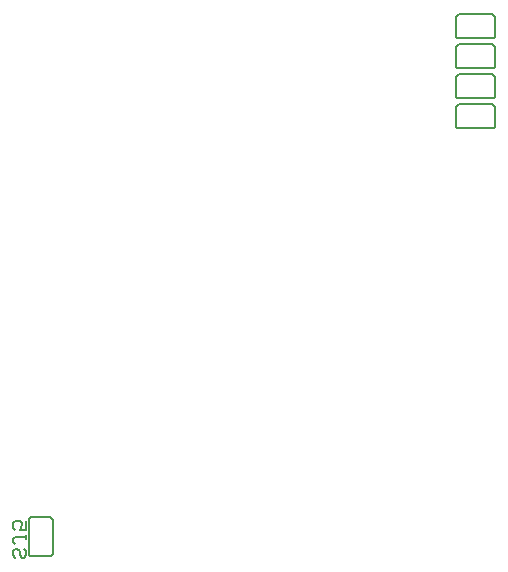
<source format=gbo>
G04 EAGLE Gerber RS-274X export*
G75*
%MOMM*%
%FSLAX34Y34*%
%LPD*%
%INSilkscreen Bottom*%
%IPPOS*%
%AMOC8*
5,1,8,0,0,1.08239X$1,22.5*%
G01*
%ADD10C,0.152400*%
%ADD11C,0.127000*%


D10*
X687070Y797560D02*
X659130Y797560D01*
X687070Y777240D02*
X687170Y777242D01*
X687269Y777248D01*
X687369Y777258D01*
X687467Y777271D01*
X687566Y777289D01*
X687663Y777310D01*
X687759Y777335D01*
X687855Y777364D01*
X687949Y777397D01*
X688042Y777433D01*
X688133Y777473D01*
X688223Y777517D01*
X688311Y777564D01*
X688397Y777614D01*
X688481Y777668D01*
X688563Y777725D01*
X688642Y777785D01*
X688720Y777849D01*
X688794Y777915D01*
X688866Y777984D01*
X688935Y778056D01*
X689001Y778130D01*
X689065Y778208D01*
X689125Y778287D01*
X689182Y778369D01*
X689236Y778453D01*
X689286Y778539D01*
X689333Y778627D01*
X689377Y778717D01*
X689417Y778808D01*
X689453Y778901D01*
X689486Y778995D01*
X689515Y779091D01*
X689540Y779187D01*
X689561Y779284D01*
X689579Y779383D01*
X689592Y779481D01*
X689602Y779581D01*
X689608Y779680D01*
X689610Y779780D01*
X659130Y777240D02*
X659030Y777242D01*
X658931Y777248D01*
X658831Y777258D01*
X658733Y777271D01*
X658634Y777289D01*
X658537Y777310D01*
X658441Y777335D01*
X658345Y777364D01*
X658251Y777397D01*
X658158Y777433D01*
X658067Y777473D01*
X657977Y777517D01*
X657889Y777564D01*
X657803Y777614D01*
X657719Y777668D01*
X657637Y777725D01*
X657558Y777785D01*
X657480Y777849D01*
X657406Y777915D01*
X657334Y777984D01*
X657265Y778056D01*
X657199Y778130D01*
X657135Y778208D01*
X657075Y778287D01*
X657018Y778369D01*
X656964Y778453D01*
X656914Y778539D01*
X656867Y778627D01*
X656823Y778717D01*
X656783Y778808D01*
X656747Y778901D01*
X656714Y778995D01*
X656685Y779091D01*
X656660Y779187D01*
X656639Y779284D01*
X656621Y779383D01*
X656608Y779481D01*
X656598Y779581D01*
X656592Y779680D01*
X656590Y779780D01*
X656590Y795020D02*
X656592Y795120D01*
X656598Y795219D01*
X656608Y795319D01*
X656621Y795417D01*
X656639Y795516D01*
X656660Y795613D01*
X656685Y795709D01*
X656714Y795805D01*
X656747Y795899D01*
X656783Y795992D01*
X656823Y796083D01*
X656867Y796173D01*
X656914Y796261D01*
X656964Y796347D01*
X657018Y796431D01*
X657075Y796513D01*
X657135Y796592D01*
X657199Y796670D01*
X657265Y796744D01*
X657334Y796816D01*
X657406Y796885D01*
X657480Y796951D01*
X657558Y797015D01*
X657637Y797075D01*
X657719Y797132D01*
X657803Y797186D01*
X657889Y797236D01*
X657977Y797283D01*
X658067Y797327D01*
X658158Y797367D01*
X658251Y797403D01*
X658345Y797436D01*
X658441Y797465D01*
X658537Y797490D01*
X658634Y797511D01*
X658733Y797529D01*
X658831Y797542D01*
X658931Y797552D01*
X659030Y797558D01*
X659130Y797560D01*
X687070Y797560D02*
X687170Y797558D01*
X687269Y797552D01*
X687369Y797542D01*
X687467Y797529D01*
X687566Y797511D01*
X687663Y797490D01*
X687759Y797465D01*
X687855Y797436D01*
X687949Y797403D01*
X688042Y797367D01*
X688133Y797327D01*
X688223Y797283D01*
X688311Y797236D01*
X688397Y797186D01*
X688481Y797132D01*
X688563Y797075D01*
X688642Y797015D01*
X688720Y796951D01*
X688794Y796885D01*
X688866Y796816D01*
X688935Y796744D01*
X689001Y796670D01*
X689065Y796592D01*
X689125Y796513D01*
X689182Y796431D01*
X689236Y796347D01*
X689286Y796261D01*
X689333Y796173D01*
X689377Y796083D01*
X689417Y795992D01*
X689453Y795899D01*
X689486Y795805D01*
X689515Y795709D01*
X689540Y795613D01*
X689561Y795516D01*
X689579Y795417D01*
X689592Y795319D01*
X689602Y795219D01*
X689608Y795120D01*
X689610Y795020D01*
X689610Y779780D01*
X656590Y779780D02*
X656590Y795020D01*
X659130Y777240D02*
X687070Y777240D01*
X687070Y746760D02*
X659130Y746760D01*
X687070Y726440D02*
X687170Y726442D01*
X687269Y726448D01*
X687369Y726458D01*
X687467Y726471D01*
X687566Y726489D01*
X687663Y726510D01*
X687759Y726535D01*
X687855Y726564D01*
X687949Y726597D01*
X688042Y726633D01*
X688133Y726673D01*
X688223Y726717D01*
X688311Y726764D01*
X688397Y726814D01*
X688481Y726868D01*
X688563Y726925D01*
X688642Y726985D01*
X688720Y727049D01*
X688794Y727115D01*
X688866Y727184D01*
X688935Y727256D01*
X689001Y727330D01*
X689065Y727408D01*
X689125Y727487D01*
X689182Y727569D01*
X689236Y727653D01*
X689286Y727739D01*
X689333Y727827D01*
X689377Y727917D01*
X689417Y728008D01*
X689453Y728101D01*
X689486Y728195D01*
X689515Y728291D01*
X689540Y728387D01*
X689561Y728484D01*
X689579Y728583D01*
X689592Y728681D01*
X689602Y728781D01*
X689608Y728880D01*
X689610Y728980D01*
X659130Y726440D02*
X659030Y726442D01*
X658931Y726448D01*
X658831Y726458D01*
X658733Y726471D01*
X658634Y726489D01*
X658537Y726510D01*
X658441Y726535D01*
X658345Y726564D01*
X658251Y726597D01*
X658158Y726633D01*
X658067Y726673D01*
X657977Y726717D01*
X657889Y726764D01*
X657803Y726814D01*
X657719Y726868D01*
X657637Y726925D01*
X657558Y726985D01*
X657480Y727049D01*
X657406Y727115D01*
X657334Y727184D01*
X657265Y727256D01*
X657199Y727330D01*
X657135Y727408D01*
X657075Y727487D01*
X657018Y727569D01*
X656964Y727653D01*
X656914Y727739D01*
X656867Y727827D01*
X656823Y727917D01*
X656783Y728008D01*
X656747Y728101D01*
X656714Y728195D01*
X656685Y728291D01*
X656660Y728387D01*
X656639Y728484D01*
X656621Y728583D01*
X656608Y728681D01*
X656598Y728781D01*
X656592Y728880D01*
X656590Y728980D01*
X656590Y744220D02*
X656592Y744320D01*
X656598Y744419D01*
X656608Y744519D01*
X656621Y744617D01*
X656639Y744716D01*
X656660Y744813D01*
X656685Y744909D01*
X656714Y745005D01*
X656747Y745099D01*
X656783Y745192D01*
X656823Y745283D01*
X656867Y745373D01*
X656914Y745461D01*
X656964Y745547D01*
X657018Y745631D01*
X657075Y745713D01*
X657135Y745792D01*
X657199Y745870D01*
X657265Y745944D01*
X657334Y746016D01*
X657406Y746085D01*
X657480Y746151D01*
X657558Y746215D01*
X657637Y746275D01*
X657719Y746332D01*
X657803Y746386D01*
X657889Y746436D01*
X657977Y746483D01*
X658067Y746527D01*
X658158Y746567D01*
X658251Y746603D01*
X658345Y746636D01*
X658441Y746665D01*
X658537Y746690D01*
X658634Y746711D01*
X658733Y746729D01*
X658831Y746742D01*
X658931Y746752D01*
X659030Y746758D01*
X659130Y746760D01*
X687070Y746760D02*
X687170Y746758D01*
X687269Y746752D01*
X687369Y746742D01*
X687467Y746729D01*
X687566Y746711D01*
X687663Y746690D01*
X687759Y746665D01*
X687855Y746636D01*
X687949Y746603D01*
X688042Y746567D01*
X688133Y746527D01*
X688223Y746483D01*
X688311Y746436D01*
X688397Y746386D01*
X688481Y746332D01*
X688563Y746275D01*
X688642Y746215D01*
X688720Y746151D01*
X688794Y746085D01*
X688866Y746016D01*
X688935Y745944D01*
X689001Y745870D01*
X689065Y745792D01*
X689125Y745713D01*
X689182Y745631D01*
X689236Y745547D01*
X689286Y745461D01*
X689333Y745373D01*
X689377Y745283D01*
X689417Y745192D01*
X689453Y745099D01*
X689486Y745005D01*
X689515Y744909D01*
X689540Y744813D01*
X689561Y744716D01*
X689579Y744617D01*
X689592Y744519D01*
X689602Y744419D01*
X689608Y744320D01*
X689610Y744220D01*
X689610Y728980D01*
X656590Y728980D02*
X656590Y744220D01*
X659130Y726440D02*
X687070Y726440D01*
X687070Y772160D02*
X659130Y772160D01*
X687070Y751840D02*
X687170Y751842D01*
X687269Y751848D01*
X687369Y751858D01*
X687467Y751871D01*
X687566Y751889D01*
X687663Y751910D01*
X687759Y751935D01*
X687855Y751964D01*
X687949Y751997D01*
X688042Y752033D01*
X688133Y752073D01*
X688223Y752117D01*
X688311Y752164D01*
X688397Y752214D01*
X688481Y752268D01*
X688563Y752325D01*
X688642Y752385D01*
X688720Y752449D01*
X688794Y752515D01*
X688866Y752584D01*
X688935Y752656D01*
X689001Y752730D01*
X689065Y752808D01*
X689125Y752887D01*
X689182Y752969D01*
X689236Y753053D01*
X689286Y753139D01*
X689333Y753227D01*
X689377Y753317D01*
X689417Y753408D01*
X689453Y753501D01*
X689486Y753595D01*
X689515Y753691D01*
X689540Y753787D01*
X689561Y753884D01*
X689579Y753983D01*
X689592Y754081D01*
X689602Y754181D01*
X689608Y754280D01*
X689610Y754380D01*
X659130Y751840D02*
X659030Y751842D01*
X658931Y751848D01*
X658831Y751858D01*
X658733Y751871D01*
X658634Y751889D01*
X658537Y751910D01*
X658441Y751935D01*
X658345Y751964D01*
X658251Y751997D01*
X658158Y752033D01*
X658067Y752073D01*
X657977Y752117D01*
X657889Y752164D01*
X657803Y752214D01*
X657719Y752268D01*
X657637Y752325D01*
X657558Y752385D01*
X657480Y752449D01*
X657406Y752515D01*
X657334Y752584D01*
X657265Y752656D01*
X657199Y752730D01*
X657135Y752808D01*
X657075Y752887D01*
X657018Y752969D01*
X656964Y753053D01*
X656914Y753139D01*
X656867Y753227D01*
X656823Y753317D01*
X656783Y753408D01*
X656747Y753501D01*
X656714Y753595D01*
X656685Y753691D01*
X656660Y753787D01*
X656639Y753884D01*
X656621Y753983D01*
X656608Y754081D01*
X656598Y754181D01*
X656592Y754280D01*
X656590Y754380D01*
X656590Y769620D02*
X656592Y769720D01*
X656598Y769819D01*
X656608Y769919D01*
X656621Y770017D01*
X656639Y770116D01*
X656660Y770213D01*
X656685Y770309D01*
X656714Y770405D01*
X656747Y770499D01*
X656783Y770592D01*
X656823Y770683D01*
X656867Y770773D01*
X656914Y770861D01*
X656964Y770947D01*
X657018Y771031D01*
X657075Y771113D01*
X657135Y771192D01*
X657199Y771270D01*
X657265Y771344D01*
X657334Y771416D01*
X657406Y771485D01*
X657480Y771551D01*
X657558Y771615D01*
X657637Y771675D01*
X657719Y771732D01*
X657803Y771786D01*
X657889Y771836D01*
X657977Y771883D01*
X658067Y771927D01*
X658158Y771967D01*
X658251Y772003D01*
X658345Y772036D01*
X658441Y772065D01*
X658537Y772090D01*
X658634Y772111D01*
X658733Y772129D01*
X658831Y772142D01*
X658931Y772152D01*
X659030Y772158D01*
X659130Y772160D01*
X687070Y772160D02*
X687170Y772158D01*
X687269Y772152D01*
X687369Y772142D01*
X687467Y772129D01*
X687566Y772111D01*
X687663Y772090D01*
X687759Y772065D01*
X687855Y772036D01*
X687949Y772003D01*
X688042Y771967D01*
X688133Y771927D01*
X688223Y771883D01*
X688311Y771836D01*
X688397Y771786D01*
X688481Y771732D01*
X688563Y771675D01*
X688642Y771615D01*
X688720Y771551D01*
X688794Y771485D01*
X688866Y771416D01*
X688935Y771344D01*
X689001Y771270D01*
X689065Y771192D01*
X689125Y771113D01*
X689182Y771031D01*
X689236Y770947D01*
X689286Y770861D01*
X689333Y770773D01*
X689377Y770683D01*
X689417Y770592D01*
X689453Y770499D01*
X689486Y770405D01*
X689515Y770309D01*
X689540Y770213D01*
X689561Y770116D01*
X689579Y770017D01*
X689592Y769919D01*
X689602Y769819D01*
X689608Y769720D01*
X689610Y769620D01*
X689610Y754380D01*
X656590Y754380D02*
X656590Y769620D01*
X659130Y751840D02*
X687070Y751840D01*
X687070Y721360D02*
X659130Y721360D01*
X687070Y701040D02*
X687170Y701042D01*
X687269Y701048D01*
X687369Y701058D01*
X687467Y701071D01*
X687566Y701089D01*
X687663Y701110D01*
X687759Y701135D01*
X687855Y701164D01*
X687949Y701197D01*
X688042Y701233D01*
X688133Y701273D01*
X688223Y701317D01*
X688311Y701364D01*
X688397Y701414D01*
X688481Y701468D01*
X688563Y701525D01*
X688642Y701585D01*
X688720Y701649D01*
X688794Y701715D01*
X688866Y701784D01*
X688935Y701856D01*
X689001Y701930D01*
X689065Y702008D01*
X689125Y702087D01*
X689182Y702169D01*
X689236Y702253D01*
X689286Y702339D01*
X689333Y702427D01*
X689377Y702517D01*
X689417Y702608D01*
X689453Y702701D01*
X689486Y702795D01*
X689515Y702891D01*
X689540Y702987D01*
X689561Y703084D01*
X689579Y703183D01*
X689592Y703281D01*
X689602Y703381D01*
X689608Y703480D01*
X689610Y703580D01*
X659130Y701040D02*
X659030Y701042D01*
X658931Y701048D01*
X658831Y701058D01*
X658733Y701071D01*
X658634Y701089D01*
X658537Y701110D01*
X658441Y701135D01*
X658345Y701164D01*
X658251Y701197D01*
X658158Y701233D01*
X658067Y701273D01*
X657977Y701317D01*
X657889Y701364D01*
X657803Y701414D01*
X657719Y701468D01*
X657637Y701525D01*
X657558Y701585D01*
X657480Y701649D01*
X657406Y701715D01*
X657334Y701784D01*
X657265Y701856D01*
X657199Y701930D01*
X657135Y702008D01*
X657075Y702087D01*
X657018Y702169D01*
X656964Y702253D01*
X656914Y702339D01*
X656867Y702427D01*
X656823Y702517D01*
X656783Y702608D01*
X656747Y702701D01*
X656714Y702795D01*
X656685Y702891D01*
X656660Y702987D01*
X656639Y703084D01*
X656621Y703183D01*
X656608Y703281D01*
X656598Y703381D01*
X656592Y703480D01*
X656590Y703580D01*
X656590Y718820D02*
X656592Y718920D01*
X656598Y719019D01*
X656608Y719119D01*
X656621Y719217D01*
X656639Y719316D01*
X656660Y719413D01*
X656685Y719509D01*
X656714Y719605D01*
X656747Y719699D01*
X656783Y719792D01*
X656823Y719883D01*
X656867Y719973D01*
X656914Y720061D01*
X656964Y720147D01*
X657018Y720231D01*
X657075Y720313D01*
X657135Y720392D01*
X657199Y720470D01*
X657265Y720544D01*
X657334Y720616D01*
X657406Y720685D01*
X657480Y720751D01*
X657558Y720815D01*
X657637Y720875D01*
X657719Y720932D01*
X657803Y720986D01*
X657889Y721036D01*
X657977Y721083D01*
X658067Y721127D01*
X658158Y721167D01*
X658251Y721203D01*
X658345Y721236D01*
X658441Y721265D01*
X658537Y721290D01*
X658634Y721311D01*
X658733Y721329D01*
X658831Y721342D01*
X658931Y721352D01*
X659030Y721358D01*
X659130Y721360D01*
X687070Y721360D02*
X687170Y721358D01*
X687269Y721352D01*
X687369Y721342D01*
X687467Y721329D01*
X687566Y721311D01*
X687663Y721290D01*
X687759Y721265D01*
X687855Y721236D01*
X687949Y721203D01*
X688042Y721167D01*
X688133Y721127D01*
X688223Y721083D01*
X688311Y721036D01*
X688397Y720986D01*
X688481Y720932D01*
X688563Y720875D01*
X688642Y720815D01*
X688720Y720751D01*
X688794Y720685D01*
X688866Y720616D01*
X688935Y720544D01*
X689001Y720470D01*
X689065Y720392D01*
X689125Y720313D01*
X689182Y720231D01*
X689236Y720147D01*
X689286Y720061D01*
X689333Y719973D01*
X689377Y719883D01*
X689417Y719792D01*
X689453Y719699D01*
X689486Y719605D01*
X689515Y719509D01*
X689540Y719413D01*
X689561Y719316D01*
X689579Y719217D01*
X689592Y719119D01*
X689602Y719019D01*
X689608Y718920D01*
X689610Y718820D01*
X689610Y703580D01*
X656590Y703580D02*
X656590Y718820D01*
X659130Y701040D02*
X687070Y701040D01*
X314960Y369570D02*
X314960Y341630D01*
X297180Y339090D02*
X297080Y339092D01*
X296981Y339098D01*
X296881Y339108D01*
X296783Y339121D01*
X296684Y339139D01*
X296587Y339160D01*
X296491Y339185D01*
X296395Y339214D01*
X296301Y339247D01*
X296208Y339283D01*
X296117Y339323D01*
X296027Y339367D01*
X295939Y339414D01*
X295853Y339464D01*
X295769Y339518D01*
X295687Y339575D01*
X295608Y339635D01*
X295530Y339699D01*
X295456Y339765D01*
X295384Y339834D01*
X295315Y339906D01*
X295249Y339980D01*
X295185Y340058D01*
X295125Y340137D01*
X295068Y340219D01*
X295014Y340303D01*
X294964Y340389D01*
X294917Y340477D01*
X294873Y340567D01*
X294833Y340658D01*
X294797Y340751D01*
X294764Y340845D01*
X294735Y340941D01*
X294710Y341037D01*
X294689Y341134D01*
X294671Y341233D01*
X294658Y341331D01*
X294648Y341431D01*
X294642Y341530D01*
X294640Y341630D01*
X294640Y369570D02*
X294642Y369670D01*
X294648Y369769D01*
X294658Y369869D01*
X294671Y369967D01*
X294689Y370066D01*
X294710Y370163D01*
X294735Y370259D01*
X294764Y370355D01*
X294797Y370449D01*
X294833Y370542D01*
X294873Y370633D01*
X294917Y370723D01*
X294964Y370811D01*
X295014Y370897D01*
X295068Y370981D01*
X295125Y371063D01*
X295185Y371142D01*
X295249Y371220D01*
X295315Y371294D01*
X295384Y371366D01*
X295456Y371435D01*
X295530Y371501D01*
X295608Y371565D01*
X295687Y371625D01*
X295769Y371682D01*
X295853Y371736D01*
X295939Y371786D01*
X296027Y371833D01*
X296117Y371877D01*
X296208Y371917D01*
X296301Y371953D01*
X296395Y371986D01*
X296491Y372015D01*
X296587Y372040D01*
X296684Y372061D01*
X296783Y372079D01*
X296881Y372092D01*
X296981Y372102D01*
X297080Y372108D01*
X297180Y372110D01*
X312420Y372110D02*
X312520Y372108D01*
X312619Y372102D01*
X312719Y372092D01*
X312817Y372079D01*
X312916Y372061D01*
X313013Y372040D01*
X313109Y372015D01*
X313205Y371986D01*
X313299Y371953D01*
X313392Y371917D01*
X313483Y371877D01*
X313573Y371833D01*
X313661Y371786D01*
X313747Y371736D01*
X313831Y371682D01*
X313913Y371625D01*
X313992Y371565D01*
X314070Y371501D01*
X314144Y371435D01*
X314216Y371366D01*
X314285Y371294D01*
X314351Y371220D01*
X314415Y371142D01*
X314475Y371063D01*
X314532Y370981D01*
X314586Y370897D01*
X314636Y370811D01*
X314683Y370723D01*
X314727Y370633D01*
X314767Y370542D01*
X314803Y370449D01*
X314836Y370355D01*
X314865Y370259D01*
X314890Y370163D01*
X314911Y370066D01*
X314929Y369967D01*
X314942Y369869D01*
X314952Y369769D01*
X314958Y369670D01*
X314960Y369570D01*
X314960Y341630D02*
X314958Y341530D01*
X314952Y341431D01*
X314942Y341331D01*
X314929Y341233D01*
X314911Y341134D01*
X314890Y341037D01*
X314865Y340941D01*
X314836Y340845D01*
X314803Y340751D01*
X314767Y340658D01*
X314727Y340567D01*
X314683Y340477D01*
X314636Y340389D01*
X314586Y340303D01*
X314532Y340219D01*
X314475Y340137D01*
X314415Y340058D01*
X314351Y339980D01*
X314285Y339906D01*
X314216Y339834D01*
X314144Y339765D01*
X314070Y339699D01*
X313992Y339635D01*
X313913Y339575D01*
X313831Y339518D01*
X313747Y339464D01*
X313661Y339414D01*
X313573Y339367D01*
X313483Y339323D01*
X313392Y339283D01*
X313299Y339247D01*
X313205Y339214D01*
X313109Y339185D01*
X313013Y339160D01*
X312916Y339139D01*
X312817Y339121D01*
X312719Y339108D01*
X312619Y339098D01*
X312520Y339092D01*
X312420Y339090D01*
X297180Y339090D01*
X297180Y372110D02*
X312420Y372110D01*
X294640Y369570D02*
X294640Y341630D01*
D11*
X292745Y343383D02*
X290838Y345290D01*
X292745Y343383D02*
X292745Y339570D01*
X290838Y337663D01*
X288932Y337663D01*
X287025Y339570D01*
X287025Y343383D01*
X285118Y345290D01*
X283212Y345290D01*
X281305Y343383D01*
X281305Y339570D01*
X283212Y337663D01*
X283212Y349357D02*
X281305Y351264D01*
X281305Y353170D01*
X283212Y355077D01*
X292745Y355077D01*
X292745Y353170D02*
X292745Y356984D01*
X292745Y361051D02*
X292745Y368677D01*
X292745Y361051D02*
X287025Y361051D01*
X288932Y364864D01*
X288932Y366771D01*
X287025Y368677D01*
X283212Y368677D01*
X281305Y366771D01*
X281305Y362958D01*
X283212Y361051D01*
M02*

</source>
